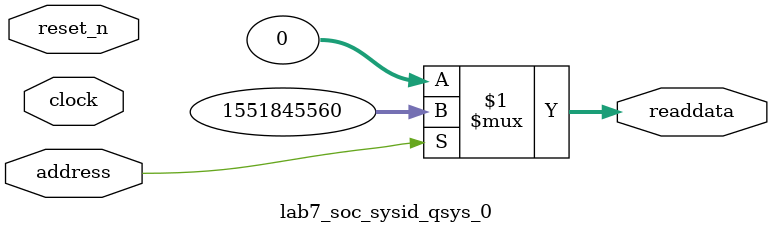
<source format=v>



// synthesis translate_off
`timescale 1ns / 1ps
// synthesis translate_on

// turn off superfluous verilog processor warnings 
// altera message_level Level1 
// altera message_off 10034 10035 10036 10037 10230 10240 10030 

module lab7_soc_sysid_qsys_0 (
               // inputs:
                address,
                clock,
                reset_n,

               // outputs:
                readdata
             )
;

  output  [ 31: 0] readdata;
  input            address;
  input            clock;
  input            reset_n;

  wire    [ 31: 0] readdata;
  //control_slave, which is an e_avalon_slave
  assign readdata = address ? 1551845560 : 0;

endmodule



</source>
